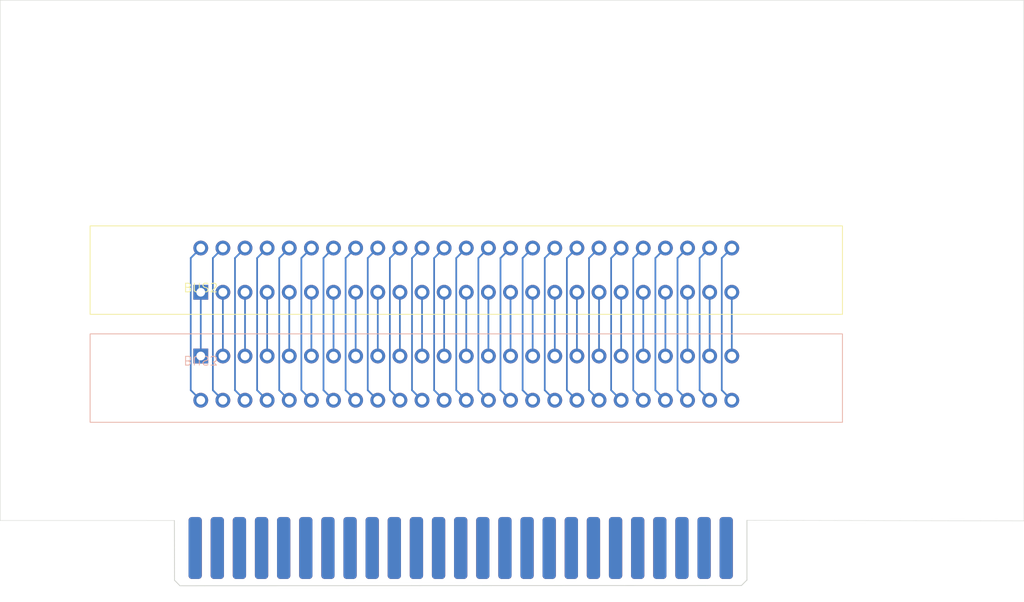
<source format=kicad_pcb>
(kicad_pcb (version 20241229) (generator "pcbnew") (generator_version "9.0")
  (layers (0 "F.Cu" signal) (2 "B.Cu" signal) (13 "F.Paste" user) (15 "B.Paste" user) (5 "F.SilkS" user "F.Silkscreen") (7 "B.SilkS" user "B.Silkscreen") (1 "F.Mask" user) (3 "B.Mask" user) (25 "Edge.Cuts" user))
  (net 0 "")
  (net 1 "D2")
  (net 2 "INT_IN")
  (net 3 "PHASE_0")
  (net 4 "-12V")
  (net 5 "~{RES}")
  (net 6 "RDY")
  (net 7 "A15")
  (net 8 "A4")
  (net 9 "D0")
  (net 10 "A8")
  (net 11 "~{IRQ}")
  (net 12 "USER_1")
  (net 13 "D5")
  (net 14 "A12")
  (net 15 "~{NMI}")
  (net 16 "R{slash}W")
  (net 17 "A1")
  (net 18 "~{IOSEL}")
  (net 19 "D6")
  (net 20 "Q3")
  (net 21 "PHASE_1")
  (net 22 "7M")
  (net 23 "A9")
  (net 24 "DMA_IN")
  (net 25 "D7")
  (net 26 "DMA")
  (net 27 "A0")
  (net 28 "A11")
  (net 29 "A10")
  (net 30 "A14")
  (net 31 "D1")
  (net 32 "NC1")
  (net 33 "NC")
  (net 34 "A2")
  (net 35 "GND")
  (net 36 "-5V")
  (net 37 "~{DEVICE_SELECT}")
  (net 38 "INT_OUT")
  (net 39 "+12V")
  (net 40 "DMA_OUT")
  (net 41 "~{INH}")
  (net 42 "D4")
  (net 43 "+5V")
  (net 44 "A3")
  (net 45 "A13")
  (net 46 "A5")
  (net 47 "A7")
  (net 48 "D3")
  (net 49 "IO_STROBE")
  (net 50 "A6")
  (footprint "Apple_symbols:AppleIIBus_Edge_65.70" (layer "F.Cu") (at 130.876 124.586)
    (property "Reference" "BUS1")
    (property "Value" "6502")
    (fp_line (start -32.85 3.7025) (end -32.8675 -3.1555) (stroke (width 0.1)) (layer "Edge.Cuts"))
    (fp_line (start -32.2325 4.3375) (end -32.85 3.7025) (stroke (width 0.1)) (layer "Edge.Cuts"))
    (fp_line (start 32.2325 4.3075) (end -32.2325 4.3375) (stroke (width 0.1)) (layer "Edge.Cuts"))
    (fp_line (start 32.2325 4.3075) (end 32.8675 3.6725) (stroke (width 0.1)) (layer "Edge.Cuts"))
    (fp_line (start 32.86 -3.179) (end 32.86 3.679) (stroke (width 0.1)) (layer "Edge.Cuts"))
    (pad "1" connect roundrect (at -30.48 0 180) (size 1.524 7.112) (layers "F.Cu" "F.Mask") (net 18 "~{IOSEL}"))
    (pad "2" connect roundrect (at -27.94 0 180) (size 1.524 7.112) (layers "F.Cu" "F.Mask") (net 27 "A0"))
    (pad "3" connect roundrect (at -25.4 0 180) (size 1.524 7.112) (layers "F.Cu" "F.Mask") (net 17 "A1"))
    (pad "4" connect roundrect (at -22.86 0 180) (size 1.524 7.112) (layers "F.Cu" "F.Mask") (net 34 "A2"))
    (pad "5" connect roundrect (at -20.32 0 180) (size 1.524 7.112) (layers "F.Cu" "F.Mask") (net 44 "A3"))
    (pad "6" connect roundrect (at -17.78 0 180) (size 1.524 7.112) (layers "F.Cu" "F.Mask") (net 8 "A4"))
    (pad "7" connect roundrect (at -15.24 0 180) (size 1.524 7.112) (layers "F.Cu" "F.Mask") (net 46 "A5"))
    (pad "8" connect roundrect (at -12.7 0 180) (size 1.524 7.112) (layers "F.Cu" "F.Mask") (net 50 "A6"))
    (pad "9" connect roundrect (at -10.16 0 180) (size 1.524 7.112) (layers "F.Cu" "F.Mask") (net 47 "A7"))
    (pad "10" connect roundrect (at -7.62 0 180) (size 1.524 7.112) (layers "F.Cu" "F.Mask") (net 10 "A8"))
    (pad "11" connect roundrect (at -5.08 0 180) (size 1.524 7.112) (layers "F.Cu" "F.Mask") (net 23 "A9"))
    (pad "12" connect roundrect (at -2.54 0 180) (size 1.524 7.112) (layers "F.Cu" "F.Mask") (net 29 "A10"))
    (pad "13" connect roundrect (at 0 0 180) (size 1.524 7.112) (layers "F.Cu" "F.Mask") (net 28 "A11"))
    (pad "14" connect roundrect (at 2.54 0 180) (size 1.524 7.112) (layers "F.Cu" "F.Mask") (net 14 "A12"))
    (pad "15" connect roundrect (at 5.08 0 180) (size 1.524 7.112) (layers "F.Cu" "F.Mask") (net 45 "A13"))
    (pad "16" connect roundrect (at 7.62 0 180) (size 1.524 7.112) (layers "F.Cu" "F.Mask") (net 30 "A14"))
    (pad "17" connect roundrect (at 10.16 0 180) (size 1.524 7.112) (layers "F.Cu" "F.Mask") (net 7 "A15"))
    (pad "18" connect roundrect (at 12.7 0 180) (size 1.524 7.112) (layers "F.Cu" "F.Mask") (net 16 "R{slash}W"))
    (pad "19" connect roundrect (at 15.24 0 180) (size 1.524 7.112) (layers "F.Cu" "F.Mask") (net 33 "NC"))
    (pad "20" connect roundrect (at 17.78 0 180) (size 1.524 7.112) (layers "F.Cu" "F.Mask") (net 49 "IO_STROBE"))
    (pad "21" connect roundrect (at 20.32 0 180) (size 1.524 7.112) (layers "F.Cu" "F.Mask") (net 6 "RDY"))
    (pad "22" connect roundrect (at 22.86 0 180) (size 1.524 7.112) (layers "F.Cu" "F.Mask") (net 26 "DMA"))
    (pad "23" connect roundrect (at 25.4 0 180) (size 1.524 7.112) (layers "F.Cu" "F.Mask") (net 38 "INT_OUT"))
    (pad "24" connect roundrect (at 27.94 0 180) (size 1.524 7.112) (layers "F.Cu" "F.Mask") (net 40 "DMA_OUT"))
    (pad "25" connect roundrect (at 30.48 0 180) (size 1.524 7.112) (layers "F.Cu" "F.Mask") (net 43 "+5V"))
    (pad "26" connect roundrect (at 30.48 0 180) (size 1.524 7.112) (layers "B.Cu" "B.Mask") (net 35 "GND"))
    (pad "27" connect roundrect (at 27.94 0 180) (size 1.524 7.112) (layers "B.Cu" "B.Mask") (net 24 "DMA_IN"))
    (pad "28" connect roundrect (at 25.4 0 180) (size 1.524 7.112) (layers "B.Cu" "B.Mask") (net 2 "INT_IN"))
    (pad "29" connect roundrect (at 22.86 0 180) (size 1.524 7.112) (layers "B.Cu" "B.Mask") (net 15 "~{NMI}"))
    (pad "30" connect roundrect (at 20.32 0 180) (size 1.524 7.112) (layers "B.Cu" "B.Mask") (net 11 "~{IRQ}"))
    (pad "31" connect roundrect (at 17.78 0 180) (size 1.524 7.112) (layers "B.Cu" "B.Mask") (net 5 "~{RES}"))
    (pad "32" connect roundrect (at 15.24 0 180) (size 1.524 7.112) (layers "B.Cu" "B.Mask") (net 41 "~{INH}"))
    (pad "33" connect roundrect (at 12.7 0 180) (size 1.524 7.112) (layers "B.Cu" "B.Mask") (net 4 "-12V"))
    (pad "34" connect roundrect (at 10.16 0 180) (size 1.524 7.112) (layers "B.Cu" "B.Mask") (net 36 "-5V"))
    (pad "35" connect roundrect (at 7.62 0 180) (size 1.524 7.112) (layers "B.Cu" "B.Mask") (net 32 "NC1"))
    (pad "36" connect roundrect (at 5.08 0 180) (size 1.524 7.112) (layers "B.Cu" "B.Mask") (net 22 "7M"))
    (pad "37" connect roundrect (at 2.54 0 180) (size 1.524 7.112) (layers "B.Cu" "B.Mask") (net 20 "Q3"))
    (pad "38" connect roundrect (at 0 0 180) (size 1.524 7.112) (layers "B.Cu" "B.Mask") (net 21 "PHASE_1"))
    (pad "39" connect roundrect (at -2.54 0 180) (size 1.524 7.112) (layers "B.Cu" "B.Mask") (net 12 "USER_1"))
    (pad "40" connect roundrect (at -5.08 0 180) (size 1.524 7.112) (layers "B.Cu" "B.Mask") (net 3 "PHASE_0"))
    (pad "41" connect roundrect (at -7.62 0 180) (size 1.524 7.112) (layers "B.Cu" "B.Mask") (net 37 "~{DEVICE_SELECT}"))
    (pad "42" connect roundrect (at -10.16 0 180) (size 1.524 7.112) (layers "B.Cu" "B.Mask") (net 25 "D7"))
    (pad "43" connect roundrect (at -12.7 0 180) (size 1.524 7.112) (layers "B.Cu" "B.Mask") (net 19 "D6"))
    (pad "44" connect roundrect (at -15.24 0 180) (size 1.524 7.112) (layers "B.Cu" "B.Mask") (net 13 "D5"))
    (pad "45" connect roundrect (at -17.78 0 180) (size 1.524 7.112) (layers "B.Cu" "B.Mask") (net 42 "D4"))
    (pad "46" connect roundrect (at -20.32 0 180) (size 1.524 7.112) (layers "B.Cu" "B.Mask") (net 48 "D3"))
    (pad "47" connect roundrect (at -22.86 0 180) (size 1.524 7.112) (layers "B.Cu" "B.Mask") (net 1 "D2"))
    (pad "48" connect roundrect (at -25.4 0 180) (size 1.524 7.112) (layers "B.Cu" "B.Mask") (net 31 "D1"))
    (pad "49" connect roundrect (at -27.94 0 180) (size 1.524 7.112) (layers "B.Cu" "B.Mask") (net 9 "D0"))
    (pad "50" connect roundrect (at -30.48 0 180) (size 1.524 7.112) (layers "B.Cu" "B.Mask") (net 39 "+12V"))
  )
  (footprint "Apple_symbols:BUS_6502_v1" (layer "F.Cu") (at 101.038 95.204)
    (property "Reference" "BUS2" (at 0 -0.5 0) (layer "F.SilkS") (effects (font (thickness 0.1))))
    (property "Value" "6502")
    (fp_rect (start -12.7 -7.62) (end 73.66 2.54) (stroke (width 0.1)) (fill no) (layer "F.SilkS"))
    (pad "1" thru_hole rect (at 0 0 90) (size 1.7 1.7) (drill 1) (layers "*.Cu" "*.Mask") (net 18 "~{IOSEL}"))
    (pad "2" thru_hole oval (at 2.54 0 90) (size 1.7 1.7) (drill 1) (layers "*.Cu" "*.Mask") (net 27 "A0"))
    (pad "3" thru_hole oval (at 5.08 0 90) (size 1.7 1.7) (drill 1) (layers "*.Cu" "*.Mask") (net 17 "A1"))
    (pad "4" thru_hole oval (at 7.62 0 90) (size 1.7 1.7) (drill 1) (layers "*.Cu" "*.Mask") (net 34 "A2"))
    (pad "5" thru_hole oval (at 10.16 0 90) (size 1.7 1.7) (drill 1) (layers "*.Cu" "*.Mask") (net 44 "A3"))
    (pad "6" thru_hole oval (at 12.7 0 90) (size 1.7 1.7) (drill 1) (layers "*.Cu" "*.Mask") (net 8 "A4"))
    (pad "7" thru_hole oval (at 15.24 0 90) (size 1.7 1.7) (drill 1) (layers "*.Cu" "*.Mask") (net 46 "A5"))
    (pad "8" thru_hole oval (at 17.78 0 90) (size 1.7 1.7) (drill 1) (layers "*.Cu" "*.Mask") (net 50 "A6"))
    (pad "9" thru_hole oval (at 20.32 0 90) (size 1.7 1.7) (drill 1) (layers "*.Cu" "*.Mask") (net 47 "A7"))
    (pad "10" thru_hole oval (at 22.86 0 90) (size 1.7 1.7) (drill 1) (layers "*.Cu" "*.Mask") (net 10 "A8"))
    (pad "11" thru_hole oval (at 25.4 0 90) (size 1.7 1.7) (drill 1) (layers "*.Cu" "*.Mask") (net 23 "A9"))
    (pad "12" thru_hole oval (at 27.94 0 90) (size 1.7 1.7) (drill 1) (layers "*.Cu" "*.Mask") (net 29 "A10"))
    (pad "13" thru_hole oval (at 30.48 0 90) (size 1.7 1.7) (drill 1) (layers "*.Cu" "*.Mask") (net 28 "A11"))
    (pad "14" thru_hole oval (at 33.02 0 90) (size 1.7 1.7) (drill 1) (layers "*.Cu" "*.Mask") (net 14 "A12"))
    (pad "15" thru_hole oval (at 35.56 0 90) (size 1.7 1.7) (drill 1) (layers "*.Cu" "*.Mask") (net 45 "A13"))
    (pad "16" thru_hole oval (at 38.1 0 90) (size 1.7 1.7) (drill 1) (layers "*.Cu" "*.Mask") (net 30 "A14"))
    (pad "17" thru_hole oval (at 40.64 0 90) (size 1.7 1.7) (drill 1) (layers "*.Cu" "*.Mask") (net 7 "A15"))
    (pad "18" thru_hole oval (at 43.18 0 90) (size 1.7 1.7) (drill 1) (layers "*.Cu" "*.Mask") (net 16 "R{slash}W"))
    (pad "19" thru_hole oval (at 45.72 0 90) (size 1.7 1.7) (drill 1) (layers "*.Cu" "*.Mask") (net 33 "NC"))
    (pad "20" thru_hole oval (at 48.26 0 90) (size 1.7 1.7) (drill 1) (layers "*.Cu" "*.Mask") (net 49 "IO_STROBE"))
    (pad "21" thru_hole oval (at 50.8 0 90) (size 1.7 1.7) (drill 1) (layers "*.Cu" "*.Mask") (net 6 "RDY"))
    (pad "22" thru_hole oval (at 53.34 0 90) (size 1.7 1.7) (drill 1) (layers "*.Cu" "*.Mask") (net 26 "DMA"))
    (pad "23" thru_hole oval (at 55.88 0 90) (size 1.7 1.7) (drill 1) (layers "*.Cu" "*.Mask") (net 38 "INT_OUT"))
    (pad "24" thru_hole oval (at 58.42 0 90) (size 1.7 1.7) (drill 1) (layers "*.Cu" "*.Mask") (net 40 "DMA_OUT"))
    (pad "25" thru_hole oval (at 60.96 0 90) (size 1.7 1.7) (drill 1) (layers "*.Cu" "*.Mask") (net 43 "+5V"))
    (pad "26" thru_hole oval (at 60.96 -5.08 90) (size 1.7 1.7) (drill 1) (layers "*.Cu" "*.Mask") (net 35 "GND"))
    (pad "27" thru_hole oval (at 58.42 -5.08 90) (size 1.7 1.7) (drill 1) (layers "*.Cu" "*.Mask") (net 24 "DMA_IN"))
    (pad "28" thru_hole oval (at 55.88 -5.08 90) (size 1.7 1.7) (drill 1) (layers "*.Cu" "*.Mask") (net 2 "INT_IN"))
    (pad "29" thru_hole oval (at 53.34 -5.08 90) (size 1.7 1.7) (drill 1) (layers "*.Cu" "*.Mask") (net 15 "~{NMI}"))
    (pad "30" thru_hole oval (at 50.8 -5.08 90) (size 1.7 1.7) (drill 1) (layers "*.Cu" "*.Mask") (net 11 "~{IRQ}"))
    (pad "31" thru_hole oval (at 48.26 -5.08 90) (size 1.7 1.7) (drill 1) (layers "*.Cu" "*.Mask") (net 5 "~{RES}"))
    (pad "32" thru_hole oval (at 45.72 -5.08 90) (size 1.7 1.7) (drill 1) (layers "*.Cu" "*.Mask") (net 41 "~{INH}"))
    (pad "33" thru_hole oval (at 43.18 -5.08 90) (size 1.7 1.7) (drill 1) (layers "*.Cu" "*.Mask") (net 4 "-12V"))
    (pad "34" thru_hole oval (at 40.64 -5.08 90) (size 1.7 1.7) (drill 1) (layers "*.Cu" "*.Mask") (net 36 "-5V"))
    (pad "35" thru_hole oval (at 38.1 -5.08 90) (size 1.7 1.7) (drill 1) (layers "*.Cu" "*.Mask") (net 32 "NC1"))
    (pad "36" thru_hole oval (at 35.56 -5.08 90) (size 1.7 1.7) (drill 1) (layers "*.Cu" "*.Mask") (net 22 "7M"))
    (pad "37" thru_hole oval (at 33.02 -5.08 90) (size 1.7 1.7) (drill 1) (layers "*.Cu" "*.Mask") (net 20 "Q3"))
    (pad "38" thru_hole oval (at 30.48 -5.08 90) (size 1.7 1.7) (drill 1) (layers "*.Cu" "*.Mask") (net 21 "PHASE_1"))
    (pad "39" thru_hole oval (at 27.94 -5.08 90) (size 1.7 1.7) (drill 1) (layers "*.Cu" "*.Mask") (net 12 "USER_1"))
    (pad "40" thru_hole oval (at 25.4 -5.08 90) (size 1.7 1.7) (drill 1) (layers "*.Cu" "*.Mask") (net 3 "PHASE_0"))
    (pad "41" thru_hole oval (at 22.86 -5.08 90) (size 1.7 1.7) (drill 1) (layers "*.Cu" "*.Mask") (net 37 "~{DEVICE_SELECT}"))
    (pad "42" thru_hole oval (at 20.32 -5.08 90) (size 1.7 1.7) (drill 1) (layers "*.Cu" "*.Mask") (net 25 "D7"))
    (pad "43" thru_hole oval (at 17.78 -5.08 90) (size 1.7 1.7) (drill 1) (layers "*.Cu" "*.Mask") (net 19 "D6"))
    (pad "44" thru_hole oval (at 15.24 -5.08 90) (size 1.7 1.7) (drill 1) (layers "*.Cu" "*.Mask") (net 13 "D5"))
    (pad "45" thru_hole oval (at 12.7 -5.08 90) (size 1.7 1.7) (drill 1) (layers "*.Cu" "*.Mask") (net 42 "D4"))
    (pad "46" thru_hole oval (at 10.16 -5.08 90) (size 1.7 1.7) (drill 1) (layers "*.Cu" "*.Mask") (net 48 "D3"))
    (pad "47" thru_hole oval (at 7.62 -5.08 90) (size 1.7 1.7) (drill 1) (layers "*.Cu" "*.Mask") (net 1 "D2"))
    (pad "48" thru_hole oval (at 5.08 -5.08 90) (size 1.7 1.7) (drill 1) (layers "*.Cu" "*.Mask") (net 31 "D1"))
    (pad "49" thru_hole oval (at 2.54 -5.08 90) (size 1.7 1.7) (drill 1) (layers "*.Cu" "*.Mask") (net 9 "D0"))
    (pad "50" thru_hole oval (at 0 -5.08 90) (size 1.7 1.7) (drill 1) (layers "*.Cu" "*.Mask") (net 39 "+12V"))
  )
  (footprint "Apple_symbols:BUS_6502_v1" (layer "B.Cu") (at 101.038 102.529)
    (property "Reference" "BUS3" (at 0 0.5 180) (layer "B.SilkS") (effects (font (thickness 0.1)) (justify mirror)))
    (property "Value" "6502")
    (fp_rect (start -12.7 7.62) (end 73.66 -2.54) (stroke (width 0.1)) (fill no) (layer "B.SilkS"))
    (pad "1" thru_hole rect (at 0 0 270) (size 1.7 1.7) (drill 1) (layers "*.Cu" "*.Mask") (net 18 "~{IOSEL}"))
    (pad "2" thru_hole oval (at 2.54 0 270) (size 1.7 1.7) (drill 1) (layers "*.Cu" "*.Mask") (net 27 "A0"))
    (pad "3" thru_hole oval (at 5.08 0 270) (size 1.7 1.7) (drill 1) (layers "*.Cu" "*.Mask") (net 17 "A1"))
    (pad "4" thru_hole oval (at 7.62 0 270) (size 1.7 1.7) (drill 1) (layers "*.Cu" "*.Mask") (net 34 "A2"))
    (pad "5" thru_hole oval (at 10.16 0 270) (size 1.7 1.7) (drill 1) (layers "*.Cu" "*.Mask") (net 44 "A3"))
    (pad "6" thru_hole oval (at 12.7 0 270) (size 1.7 1.7) (drill 1) (layers "*.Cu" "*.Mask") (net 8 "A4"))
    (pad "7" thru_hole oval (at 15.24 0 270) (size 1.7 1.7) (drill 1) (layers "*.Cu" "*.Mask") (net 46 "A5"))
    (pad "8" thru_hole oval (at 17.78 0 270) (size 1.7 1.7) (drill 1) (layers "*.Cu" "*.Mask") (net 50 "A6"))
    (pad "9" thru_hole oval (at 20.32 0 270) (size 1.7 1.7) (drill 1) (layers "*.Cu" "*.Mask") (net 47 "A7"))
    (pad "10" thru_hole oval (at 22.86 0 270) (size 1.7 1.7) (drill 1) (layers "*.Cu" "*.Mask") (net 10 "A8"))
    (pad "11" thru_hole oval (at 25.4 0 270) (size 1.7 1.7) (drill 1) (layers "*.Cu" "*.Mask") (net 23 "A9"))
    (pad "12" thru_hole oval (at 27.94 0 270) (size 1.7 1.7) (drill 1) (layers "*.Cu" "*.Mask") (net 29 "A10"))
    (pad "13" thru_hole oval (at 30.48 0 270) (size 1.7 1.7) (drill 1) (layers "*.Cu" "*.Mask") (net 28 "A11"))
    (pad "14" thru_hole oval (at 33.02 0 270) (size 1.7 1.7) (drill 1) (layers "*.Cu" "*.Mask") (net 14 "A12"))
    (pad "15" thru_hole oval (at 35.56 0 270) (size 1.7 1.7) (drill 1) (layers "*.Cu" "*.Mask") (net 45 "A13"))
    (pad "16" thru_hole oval (at 38.1 0 270) (size 1.7 1.7) (drill 1) (layers "*.Cu" "*.Mask") (net 30 "A14"))
    (pad "17" thru_hole oval (at 40.64 0 270) (size 1.7 1.7) (drill 1) (layers "*.Cu" "*.Mask") (net 7 "A15"))
    (pad "18" thru_hole oval (at 43.18 0 270) (size 1.7 1.7) (drill 1) (layers "*.Cu" "*.Mask") (net 16 "R{slash}W"))
    (pad "19" thru_hole oval (at 45.72 0 270) (size 1.7 1.7) (drill 1) (layers "*.Cu" "*.Mask") (net 33 "NC"))
    (pad "20" thru_hole oval (at 48.26 0 270) (size 1.7 1.7) (drill 1) (layers "*.Cu" "*.Mask") (net 49 "IO_STROBE"))
    (pad "21" thru_hole oval (at 50.8 0 270) (size 1.7 1.7) (drill 1) (layers "*.Cu" "*.Mask") (net 6 "RDY"))
    (pad "22" thru_hole oval (at 53.34 0 270) (size 1.7 1.7) (drill 1) (layers "*.Cu" "*.Mask") (net 26 "DMA"))
    (pad "23" thru_hole oval (at 55.88 0 270) (size 1.7 1.7) (drill 1) (layers "*.Cu" "*.Mask") (net 38 "INT_OUT"))
    (pad "24" thru_hole oval (at 58.42 0 270) (size 1.7 1.7) (drill 1) (layers "*.Cu" "*.Mask") (net 40 "DMA_OUT"))
    (pad "25" thru_hole oval (at 60.96 0 270) (size 1.7 1.7) (drill 1) (layers "*.Cu" "*.Mask") (net 43 "+5V"))
    (pad "26" thru_hole oval (at 60.96 5.08 270) (size 1.7 1.7) (drill 1) (layers "*.Cu" "*.Mask") (net 35 "GND"))
    (pad "27" thru_hole oval (at 58.42 5.08 270) (size 1.7 1.7) (drill 1) (layers "*.Cu" "*.Mask") (net 24 "DMA_IN"))
    (pad "28" thru_hole oval (at 55.88 5.08 270) (size 1.7 1.7) (drill 1) (layers "*.Cu" "*.Mask") (net 2 "INT_IN"))
    (pad "29" thru_hole oval (at 53.34 5.08 270) (size 1.7 1.7) (drill 1) (layers "*.Cu" "*.Mask") (net 15 "~{NMI}"))
    (pad "30" thru_hole oval (at 50.8 5.08 270) (size 1.7 1.7) (drill 1) (layers "*.Cu" "*.Mask") (net 11 "~{IRQ}"))
    (pad "31" thru_hole oval (at 48.26 5.08 270) (size 1.7 1.7) (drill 1) (layers "*.Cu" "*.Mask") (net 5 "~{RES}"))
    (pad "32" thru_hole oval (at 45.72 5.08 270) (size 1.7 1.7) (drill 1) (layers "*.Cu" "*.Mask") (net 41 "~{INH}"))
    (pad "33" thru_hole oval (at 43.18 5.08 270) (size 1.7 1.7) (drill 1) (layers "*.Cu" "*.Mask") (net 4 "-12V"))
    (pad "34" thru_hole oval (at 40.64 5.08 270) (size 1.7 1.7) (drill 1) (layers "*.Cu" "*.Mask") (net 36 "-5V"))
    (pad "35" thru_hole oval (at 38.1 5.08 270) (size 1.7 1.7) (drill 1) (layers "*.Cu" "*.Mask") (net 32 "NC1"))
    (pad "36" thru_hole oval (at 35.56 5.08 270) (size 1.7 1.7) (drill 1) (layers "*.Cu" "*.Mask") (net 22 "7M"))
    (pad "37" thru_hole oval (at 33.02 5.08 270) (size 1.7 1.7) (drill 1) (layers "*.Cu" "*.Mask") (net 20 "Q3"))
    (pad "38" thru_hole oval (at 30.48 5.08 270) (size 1.7 1.7) (drill 1) (layers "*.Cu" "*.Mask") (net 21 "PHASE_1"))
    (pad "39" thru_hole oval (at 27.94 5.08 270) (size 1.7 1.7) (drill 1) (layers "*.Cu" "*.Mask") (net 12 "USER_1"))
    (pad "40" thru_hole oval (at 25.4 5.08 270) (size 1.7 1.7) (drill 1) (layers "*.Cu" "*.Mask") (net 3 "PHASE_0"))
    (pad "41" thru_hole oval (at 22.86 5.08 270) (size 1.7 1.7) (drill 1) (layers "*.Cu" "*.Mask") (net 37 "~{DEVICE_SELECT}"))
    (pad "42" thru_hole oval (at 20.32 5.08 270) (size 1.7 1.7) (drill 1) (layers "*.Cu" "*.Mask") (net 25 "D7"))
    (pad "43" thru_hole oval (at 17.78 5.08 270) (size 1.7 1.7) (drill 1) (layers "*.Cu" "*.Mask") (net 19 "D6"))
    (pad "44" thru_hole oval (at 15.24 5.08 270) (size 1.7 1.7) (drill 1) (layers "*.Cu" "*.Mask") (net 13 "D5"))
    (pad "45" thru_hole oval (at 12.7 5.08 270) (size 1.7 1.7) (drill 1) (layers "*.Cu" "*.Mask") (net 42 "D4"))
    (pad "46" thru_hole oval (at 10.16 5.08 270) (size 1.7 1.7) (drill 1) (layers "*.Cu" "*.Mask") (net 48 "D3"))
    (pad "47" thru_hole oval (at 7.62 5.08 270) (size 1.7 1.7) (drill 1) (layers "*.Cu" "*.Mask") (net 1 "D2"))
    (pad "48" thru_hole oval (at 5.08 5.08 270) (size 1.7 1.7) (drill 1) (layers "*.Cu" "*.Mask") (net 31 "D1"))
    (pad "49" thru_hole oval (at 2.54 5.08 270) (size 1.7 1.7) (drill 1) (layers "*.Cu" "*.Mask") (net 9 "D0"))
    (pad "50" thru_hole oval (at 0 5.08 270) (size 1.7 1.7) (drill 1) (layers "*.Cu" "*.Mask") (net 39 "+12V"))
  )
  (gr_line (start 78.016 61.652) (end 195.491 61.652) (stroke (width 0.05)) (layer "Edge.Cuts"))
  (gr_line (start 195.539 121.473) (end 163.736 121.407) (stroke (width 0.05)) (layer "Edge.Cuts"))
  (gr_line (start 195.491 61.652) (end 195.539 121.473) (stroke (width 0.05)) (layer "Edge.Cuts"))
  (gr_line (start 98.004 121.428) (end 78.016 121.4305) (stroke (width 0.05)) (layer "Edge.Cuts"))
  (gr_line (start 78.016 121.4305) (end 78.016 61.652) (stroke (width 0.05)) (layer "Edge.Cuts"))
  (segment (start 108.658 107.609) (end 107.507 106.458) (width 0.2) (layer "B.Cu") (net 1))
  (segment (start 107.507 106.458) (end 107.507 91.275) (width 0.2) (layer "B.Cu") (net 1))
  (segment (start 107.507 91.275) (end 108.658 90.124) (width 0.2) (layer "B.Cu") (net 1))
  (segment (start 156.918 107.609) (end 155.767 106.458) (width 0.2) (layer "B.Cu") (net 2))
  (segment (start 155.767 106.458) (end 155.767 91.275) (width 0.2) (layer "B.Cu") (net 2))
  (segment (start 155.767 91.275) (end 156.918 90.124) (width 0.2) (layer "B.Cu") (net 2))
  (segment (start 125.287 106.458) (end 125.287 91.275) (width 0.2) (layer "B.Cu") (net 3))
  (segment (start 125.287 91.275) (end 126.438 90.124) (width 0.2) (layer "B.Cu") (net 3))
  (segment (start 126.438 107.609) (end 125.287 106.458) (width 0.2) (layer "B.Cu") (net 3))
  (segment (start 143.067 91.275) (end 144.218 90.124) (width 0.2) (layer "B.Cu") (net 4))
  (segment (start 144.218 107.609) (end 143.067 106.458) (width 0.2) (layer "B.Cu") (net 4))
  (segment (start 143.067 106.458) (end 143.067 91.275) (width 0.2) (layer "B.Cu") (net 4))
  (segment (start 148.147 106.458) (end 148.147 91.275) (width 0.2) (layer "B.Cu") (net 5))
  (segment (start 149.298 107.609) (end 148.147 106.458) (width 0.2) (layer "B.Cu") (net 5))
  (segment (start 148.147 91.275) (end 149.298 90.124) (width 0.2) (layer "B.Cu") (net 5))
  (segment (start 151.838 102.529) (end 151.838 95.204) (width 0.2) (layer "B.Cu") (net 6))
  (segment (start 141.678 102.529) (end 141.678 95.204) (width 0.2) (layer "B.Cu") (net 7))
  (segment (start 113.738 102.529) (end 113.738 95.204) (width 0.2) (layer "B.Cu") (net 8))
  (segment (start 103.578 107.609) (end 102.427 106.458) (width 0.2) (layer "B.Cu") (net 9))
  (segment (start 102.427 106.458) (end 102.427 91.275) (width 0.2) (layer "B.Cu") (net 9))
  (segment (start 102.427 91.275) (end 103.578 90.124) (width 0.2) (layer "B.Cu") (net 9))
  (segment (start 123.898 102.529) (end 123.898 95.204) (width 0.2) (layer "B.Cu") (net 10))
  (segment (start 150.687 106.458) (end 150.687 91.275) (width 0.2) (layer "B.Cu") (net 11))
  (segment (start 151.838 107.609) (end 150.687 106.458) (width 0.2) (layer "B.Cu") (net 11))
  (segment (start 150.687 91.275) (end 151.838 90.124) (width 0.2) (layer "B.Cu") (net 11))
  (segment (start 127.827 91.275) (end 128.978 90.124) (width 0.2) (layer "B.Cu") (net 12))
  (segment (start 127.827 106.458) (end 127.827 91.275) (width 0.2) (layer "B.Cu") (net 12))
  (segment (start 128.978 107.609) (end 127.827 106.458) (width 0.2) (layer "B.Cu") (net 12))
  (segment (start 115.127 91.275) (end 116.278 90.124) (width 0.2) (layer "B.Cu") (net 13))
  (segment (start 115.127 106.458) (end 115.127 91.275) (width 0.2) (layer "B.Cu") (net 13))
  (segment (start 116.278 107.609) (end 115.127 106.458) (width 0.2) (layer "B.Cu") (net 13))
  (segment (start 134.058 102.529) (end 134.058 95.204) (width 0.2) (layer "B.Cu") (net 14))
  (segment (start 153.227 91.275) (end 154.378 90.124) (width 0.2) (layer "B.Cu") (net 15))
  (segment (start 154.378 107.609) (end 153.227 106.458) (width 0.2) (layer "B.Cu") (net 15))
  (segment (start 153.227 106.458) (end 153.227 91.275) (width 0.2) (layer "B.Cu") (net 15))
  (segment (start 144.218 102.529) (end 144.218 95.204) (width 0.2) (layer "B.Cu") (net 16))
  (segment (start 106.118 102.529) (end 106.118 95.204) (width 0.2) (layer "B.Cu") (net 17))
  (segment (start 101.038 102.529) (end 101.038 95.204) (width 0.2) (layer "B.Cu") (net 18))
  (segment (start 117.667 106.458) (end 117.667 91.275) (width 0.2) (layer "B.Cu") (net 19))
  (segment (start 118.818 107.609) (end 117.667 106.458) (width 0.2) (layer "B.Cu") (net 19))
  (segment (start 117.667 91.275) (end 118.818 90.124) (width 0.2) (layer "B.Cu") (net 19))
  (segment (start 132.907 91.275) (end 134.058 90.124) (width 0.2) (layer "B.Cu") (net 20))
  (segment (start 132.907 106.458) (end 132.907 91.275) (width 0.2) (layer "B.Cu") (net 20))
  (segment (start 134.058 107.609) (end 132.907 106.458) (width 0.2) (layer "B.Cu") (net 20))
  (segment (start 131.518 107.609) (end 130.367 106.458) (width 0.2) (layer "B.Cu") (net 21))
  (segment (start 130.367 91.275) (end 131.518 90.124) (width 0.2) (layer "B.Cu") (net 21))
  (segment (start 130.367 106.458) (end 130.367 91.275) (width 0.2) (layer "B.Cu") (net 21))
  (segment (start 135.447 106.458) (end 135.447 91.275) (width 0.2) (layer "B.Cu") (net 22))
  (segment (start 136.598 107.609) (end 135.447 106.458) (width 0.2) (layer "B.Cu") (net 22))
  (segment (start 135.447 91.275) (end 136.598 90.124) (width 0.2) (layer "B.Cu") (net 22))
  (segment (start 126.438 102.529) (end 126.438 95.204) (width 0.2) (layer "B.Cu") (net 23))
  (segment (start 158.307 106.458) (end 158.307 91.275) (width 0.2) (layer "B.Cu") (net 24))
  (segment (start 158.307 91.275) (end 159.458 90.124) (width 0.2) (layer "B.Cu") (net 24))
  (segment (start 159.458 107.609) (end 158.307 106.458) (width 0.2) (layer "B.Cu") (net 24))
  (segment (start 120.207 91.275) (end 121.358 90.124) (width 0.2) (layer "B.Cu") (net 25))
  (segment (start 120.207 106.458) (end 120.207 91.275) (width 0.2) (layer "B.Cu") (net 25))
  (segment (start 121.358 107.609) (end 120.207 106.458) (width 0.2) (layer "B.Cu") (net 25))
  (segment (start 154.378 102.529) (end 154.378 95.204) (width 0.2) (layer "B.Cu") (net 26))
  (segment (start 103.578 102.529) (end 103.578 95.204) (width 0.2) (layer "B.Cu") (net 27))
  (segment (start 131.518 102.529) (end 131.518 95.204) (width 0.2) (layer "B.Cu") (net 28))
  (segment (start 128.978 102.529) (end 128.978 95.204) (width 0.2) (layer "B.Cu") (net 29))
  (segment (start 139.138 102.529) (end 139.138 95.204) (width 0.2) (layer "B.Cu") (net 30))
  (segment (start 104.967 106.458) (end 104.967 91.275) (width 0.2) (layer "B.Cu") (net 31))
  (segment (start 106.118 107.609) (end 104.967 106.458) (width 0.2) (layer "B.Cu") (net 31))
  (segment (start 104.967 91.275) (end 106.118 90.124) (width 0.2) (layer "B.Cu") (net 31))
  (segment (start 139.138 107.609) (end 137.987 106.458) (width 0.2) (layer "B.Cu") (net 32))
  (segment (start 137.987 106.458) (end 137.987 91.275) (width 0.2) (layer "B.Cu") (net 32))
  (segment (start 137.987 91.275) (end 139.138 90.124) (width 0.2) (layer "B.Cu") (net 32))
  (segment (start 146.758 102.529) (end 146.758 95.204) (width 0.2) (layer "B.Cu") (net 33))
  (segment (start 108.658 102.529) (end 108.658 95.204) (width 0.2) (layer "B.Cu") (net 34))
  (segment (start 161.998 107.609) (end 160.847 106.458) (width 0.2) (layer "B.Cu") (net 35))
  (segment (start 160.847 91.275) (end 161.998 90.124) (width 0.2) (layer "B.Cu") (net 35))
  (segment (start 160.847 106.458) (end 160.847 91.275) (width 0.2) (layer "B.Cu") (net 35))
  (segment (start 141.678 107.609) (end 140.527 106.458) (width 0.2) (layer "B.Cu") (net 36))
  (segment (start 140.527 91.275) (end 141.678 90.124) (width 0.2) (layer "B.Cu") (net 36))
  (segment (start 140.527 106.458) (end 140.527 91.275) (width 0.2) (layer "B.Cu") (net 36))
  (segment (start 122.747 106.458) (end 122.747 91.275) (width 0.2) (layer "B.Cu") (net 37))
  (segment (start 122.747 91.275) (end 123.898 90.124) (width 0.2) (layer "B.Cu") (net 37))
  (segment (start 123.898 107.609) (end 122.747 106.458) (width 0.2) (layer "B.Cu") (net 37))
  (segment (start 156.918 102.529) (end 156.918 95.204) (width 0.2) (layer "B.Cu") (net 38))
  (segment (start 101.038 107.609) (end 99.887 106.458) (width 0.2) (layer "B.Cu") (net 39))
  (segment (start 99.887 106.458) (end 99.887 91.275) (width 0.2) (layer "B.Cu") (net 39))
  (segment (start 99.887 91.275) (end 101.038 90.124) (width 0.2) (layer "B.Cu") (net 39))
  (segment (start 159.458 102.529) (end 159.458 95.204) (width 0.2) (layer "B.Cu") (net 40))
  (segment (start 145.607 91.275) (end 146.758 90.124) (width 0.2) (layer "B.Cu") (net 41))
  (segment (start 146.758 107.609) (end 145.607 106.458) (width 0.2) (layer "B.Cu") (net 41))
  (segment (start 145.607 106.458) (end 145.607 91.275) (width 0.2) (layer "B.Cu") (net 41))
  (segment (start 112.587 106.458) (end 112.587 91.275) (width 0.2) (layer "B.Cu") (net 42))
  (segment (start 112.587 91.275) (end 113.738 90.124) (width 0.2) (layer "B.Cu") (net 42))
  (segment (start 113.738 107.609) (end 112.587 106.458) (width 0.2) (layer "B.Cu") (net 42))
  (segment (start 161.998 102.529) (end 161.998 95.204) (width 0.2) (layer "B.Cu") (net 43))
  (segment (start 111.198 102.529) (end 111.198 95.204) (width 0.2) (layer "B.Cu") (net 44))
  (segment (start 136.598 102.529) (end 136.598 95.204) (width 0.2) (layer "B.Cu") (net 45))
  (segment (start 116.278 102.529) (end 116.278 95.204) (width 0.2) (layer "B.Cu") (net 46))
  (segment (start 121.358 102.529) (end 121.358 95.204) (width 0.2) (layer "B.Cu") (net 47))
  (segment (start 110.047 106.458) (end 110.047 91.275) (width 0.2) (layer "B.Cu") (net 48))
  (segment (start 110.047 91.275) (end 111.198 90.124) (width 0.2) (layer "B.Cu") (net 48))
  (segment (start 111.198 107.609) (end 110.047 106.458) (width 0.2) (layer "B.Cu") (net 48))
  (segment (start 149.298 102.529) (end 149.298 95.204) (width 0.2) (layer "B.Cu") (net 49))
  (segment (start 118.818 102.529) (end 118.818 95.204) (width 0.2) (layer "B.Cu") (net 50))
)
</source>
